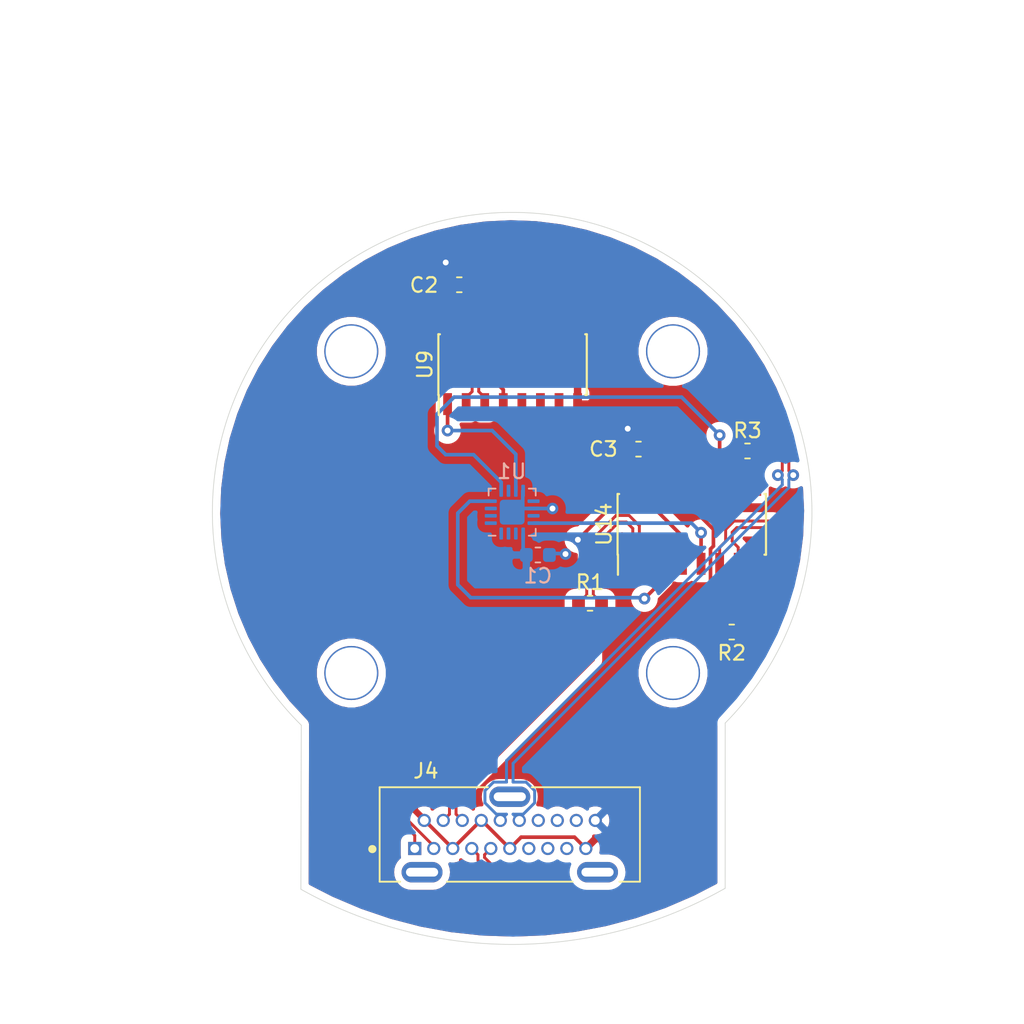
<source format=kicad_pcb>
(kicad_pcb (version 20211014) (generator pcbnew)
  (layers (0 "F.Cu" signal) (31 "B.Cu" signal) (34 "B.Paste" user) (35 "F.Paste" user) (36 "B.SilkS" user "B.Silkscreen") (37 "F.SilkS" user "F.Silkscreen") (38 "B.Mask" user) (39 "F.Mask" user) (44 "Edge.Cuts" user))
  (net 0 "")
  (net 1 "GND")
  (net 2 "+3V3")
  (net 3 "SPI6_SCK_-")
  (net 4 "SPI6_nSS_-")
  (net 5 "SPI6_nSS_+")
  (net 6 "SPI6_MOSI_-")
  (net 7 "SPI6_SCK_+")
  (net 8 "SPI6_MOSI_+")
  (net 9 "SPI6_MISO_-")
  (net 10 "SPI6_MISO_+")
  (net 11 "SPI6_MISO")
  (net 12 "SPI6_SCK")
  (net 13 "SPI6_nSS")
  (net 14 "SPI6_MOSI")
  (footprint "Capacitor_SMD:C_0603_1608Metric" (layer "F.Cu") (at 160.8835 99.949)
    (fp_text reference "C2" (at -2.4125 0.025) (layer "F.SilkS"))
    (fp_text value "1uF")
    (fp_line (start -0.162779 -0.51) (end 0.162779 -0.51) (layer "F.SilkS") (width 0.12))
    (fp_line (start -0.162779 0.51) (end 0.162779 0.51) (layer "F.SilkS") (width 0.12))
    (pad "1" smd roundrect locked (at -0.7875 0) (size 0.875 0.95) (layers "F.Cu" "F.Paste" "F.Mask") (net 2 "+3V3"))
    (pad "2" smd roundrect locked (at 0.7875 0) (size 0.875 0.95) (layers "F.Cu" "F.Paste" "F.Mask") (net 1 "GND"))
  )
  (footprint "Capacitor_SMD:C_0603_1608Metric" (layer "F.Cu") (at 173.139 111.1885)
    (fp_text reference "C3" (at -2.4 0) (layer "F.SilkS"))
    (fp_text value "1uF")
    (fp_line (start -0.162779 0.51) (end 0.162779 0.51) (layer "F.SilkS") (width 0.12))
    (fp_line (start -0.162779 -0.51) (end 0.162779 -0.51) (layer "F.SilkS") (width 0.12))
    (pad "1" smd roundrect locked (at -0.7875 0) (size 0.875 0.95) (layers "F.Cu" "F.Paste" "F.Mask") (net 2 "+3V3"))
    (pad "2" smd roundrect locked (at 0.7875 0) (size 0.875 0.95) (layers "F.Cu" "F.Paste" "F.Mask") (net 1 "GND"))
  )
  (footprint "Resistor_SMD:R_0603_1608Metric" (layer "F.Cu") (at 169.8245 121.7295)
    (fp_text reference "R1" (at 0 -1.43) (layer "F.SilkS"))
    (fp_text value "100Ω")
    (fp_line (start -0.162779 0.51) (end 0.162779 0.51) (layer "F.SilkS") (width 0.12))
    (fp_line (start -0.162779 -0.51) (end 0.162779 -0.51) (layer "F.SilkS") (width 0.12))
    (pad "1" smd roundrect locked (at -0.7875 0) (size 0.875 0.95) (layers "F.Cu" "F.Paste" "F.Mask") (net 8 "SPI6_MOSI_+"))
    (pad "2" smd roundrect locked (at 0.7875 0) (size 0.875 0.95) (layers "F.Cu" "F.Paste" "F.Mask") (net 6 "SPI6_MOSI_-"))
  )
  (footprint "EVCONCEPT:TE_2041441-1" (layer "F.Cu") (at 164.338 137.541)
    (fp_text reference "J4" (at -5.73638 -4.34361) (layer "F.SilkS") (effects (font (size 1.001984 1.001984))))
    (fp_text value "47272-0001")
    (fp_line (start 4.3 3.23) (end -4.3 3.23) (layer "F.SilkS") (width 0.127))
    (fp_line (start 8.9 3.23) (end 7.5 3.23) (layer "F.SilkS") (width 0.127))
    (fp_line (start 8.9 -3.23) (end 8.9 3.23) (layer "F.SilkS") (width 0.127))
    (fp_line (start -8.9 -3.23) (end -1.5 -3.23) (layer "F.SilkS") (width 0.127))
    (fp_line (start -8.9 3.23) (end -7.5 3.23) (layer "F.SilkS") (width 0.127))
    (fp_line (start -8.9 3.23) (end -8.9 -3.23) (layer "F.SilkS") (width 0.127))
    (fp_line (start 8.9 -3.23) (end 1.5 -3.23) (layer "F.SilkS") (width 0.127))
    (fp_circle (center -9.4 1) (end -9.26 1) (layer "F.SilkS") (width 0.28) (fill none))
    (pad "1" thru_hole rect locked (at -6.5 0.96) (size 0.9 0.9) (drill 0.6) (layers *.Cu *.Mask) (net 10 "SPI6_MISO_+"))
    (pad "2" thru_hole circle locked (at -5.85 -0.96) (size 0.9 0.9) (drill 0.6) (layers *.Cu *.Mask) (net 1 "GND"))
    (pad "3" thru_hole circle locked (at -5.2 0.96) (size 0.9 0.9) (drill 0.6) (layers *.Cu *.Mask) (net 9 "SPI6_MISO_-"))
    (pad "4" thru_hole circle locked (at -4.55 -0.96) (size 0.9 0.9) (drill 0.6) (layers *.Cu *.Mask) (net 8 "SPI6_MOSI_+"))
    (pad "5" thru_hole circle locked (at -3.9 0.96) (size 0.9 0.9) (drill 0.6) (layers *.Cu *.Mask) (net 1 "GND"))
    (pad "6" thru_hole circle locked (at -3.25 -0.96) (size 0.9 0.9) (drill 0.6) (layers *.Cu *.Mask) (net 6 "SPI6_MOSI_-"))
    (pad "7" thru_hole circle locked (at -2.6 0.96) (size 0.9 0.9) (drill 0.6) (layers *.Cu *.Mask) (net 7 "SPI6_SCK_+"))
    (pad "8" thru_hole circle locked (at -1.95 -0.96) (size 0.9 0.9) (drill 0.6) (layers *.Cu *.Mask) (net 1 "GND"))
    (pad "9" thru_hole circle locked (at -1.3 0.96) (size 0.9 0.9) (drill 0.6) (layers *.Cu *.Mask) (net 3 "SPI6_SCK_-"))
    (pad "10" thru_hole circle locked (at -0.65 -0.96) (size 0.9 0.9) (drill 0.6) (layers *.Cu *.Mask) (net 5 "SPI6_nSS_+"))
    (pad "11" thru_hole circle locked (at 0 0.96) (size 0.9 0.9) (drill 0.6) (layers *.Cu *.Mask) (net 1 "GND"))
    (pad "12" thru_hole circle locked (at 0.65 -0.96) (size 0.9 0.9) (drill 0.6) (layers *.Cu *.Mask) (net 4 "SPI6_nSS_-"))
    (pad "13" thru_hole circle locked (at 1.3 0.96) (size 0.9 0.9) (drill 0.6) (layers *.Cu *.Mask))
    (pad "14" thru_hole circle locked (at 1.95 -0.96) (size 0.9 0.9) (drill 0.6) (layers *.Cu *.Mask))
    (pad "15" thru_hole circle locked (at 2.6 0.96) (size 0.9 0.9) (drill 0.6) (layers *.Cu *.Mask))
    (pad "16" thru_hole circle locked (at 3.25 -0.96) (size 0.9 0.9) (drill 0.6) (layers *.Cu *.Mask))
    (pad "17" thru_hole circle locked (at 3.9 0.96) (size 0.9 0.9) (drill 0.6) (layers *.Cu *.Mask))
    (pad "18" thru_hole circle locked (at 4.55 -0.96) (size 0.9 0.9) (drill 0.6) (layers *.Cu *.Mask))
    (pad "19" thru_hole circle locked (at 5.2 0.96) (size 0.9 0.9) (drill 0.6) (layers *.Cu *.Mask) (net 1 "GND"))
    (pad "20" thru_hole circle locked (at 5.85 -0.96) (size 0.9 0.9) (drill 0.6) (layers *.Cu *.Mask) (net 2 "+3V3"))
    (pad "SH1" thru_hole oval locked (at -6 2.58) (size 2.8 1.4) (drill oval 2.2 0.6) (layers *.Cu *.Mask))
    (pad "SH2" thru_hole oval locked (at 6 2.58) (size 2.8 1.4) (drill oval 2.2 0.6) (layers *.Cu *.Mask))
    (pad "SH3" thru_hole oval locked (at 0 -2.58) (size 2.8 1.4) (drill oval 2.2 0.6) (layers *.Cu *.Mask))
  )
  (footprint "Package_SO:SOIC-16_3.9x9.9mm_P1.27mm" (layer "F.Cu") (at 164.5285 105.41 90)
    (fp_text reference "U9" (at 0 -6 90) (layer "F.SilkS"))
    (fp_text value "SN65LVDS31D")
    (fp_line (start -2.075 5.075) (end 2.075 5.075) (layer "F.SilkS") (width 0.15))
    (fp_line (start 2.075 -5.075) (end 2.075 -4.97) (layer "F.SilkS") (width 0.15))
    (fp_line (start 2.075 5.075) (end 2.075 4.97) (layer "F.SilkS") (width 0.15))
    (fp_line (start -2.075 -5.075) (end -2.075 -5.05) (layer "F.SilkS") (width 0.15))
    (fp_line (start -2.075 -5.05) (end -3.45 -5.05) (layer "F.SilkS") (width 0.15))
    (fp_line (start -2.075 5.075) (end -2.075 4.97) (layer "F.SilkS") (width 0.15))
    (fp_line (start -2.075 -5.075) (end 2.075 -5.075) (layer "F.SilkS") (width 0.15))
    (pad "1" smd rect locked (at -2.7 -4.445 90) (size 1.5 0.6) (layers "F.Cu" "F.Paste" "F.Mask") (net 11 "SPI6_MISO"))
    (pad "2" smd rect locked (at -2.7 -3.175 90) (size 1.5 0.6) (layers "F.Cu" "F.Paste" "F.Mask") (net 9 "SPI6_MISO_-"))
    (pad "3" smd rect locked (at -2.7 -1.905 90) (size 1.5 0.6) (layers "F.Cu" "F.Paste" "F.Mask") (net 10 "SPI6_MISO_+"))
    (pad "4" smd rect locked (at -2.7 -0.635 90) (size 1.5 0.6) (layers "F.Cu" "F.Paste" "F.Mask") (net 2 "+3V3"))
    (pad "5" smd rect locked (at -2.7 0.635 90) (size 1.5 0.6) (layers "F.Cu" "F.Paste" "F.Mask"))
    (pad "6" smd rect locked (at -2.7 1.905 90) (size 1.5 0.6) (layers "F.Cu" "F.Paste" "F.Mask"))
    (pad "7" smd rect locked (at -2.7 3.175 90) (size 1.5 0.6) (layers "F.Cu" "F.Paste" "F.Mask"))
    (pad "8" smd rect locked (at -2.7 4.445 90) (size 1.5 0.6) (layers "F.Cu" "F.Paste" "F.Mask") (net 1 "GND"))
    (pad "9" smd rect locked (at 2.7 4.445 90) (size 1.5 0.6) (layers "F.Cu" "F.Paste" "F.Mask"))
    (pad "10" smd rect locked (at 2.7 3.175 90) (size 1.5 0.6) (layers "F.Cu" "F.Paste" "F.Mask"))
    (pad "11" smd rect locked (at 2.7 1.905 90) (size 1.5 0.6) (layers "F.Cu" "F.Paste" "F.Mask"))
    (pad "12" smd rect locked (at 2.7 0.635 90) (size 1.5 0.6) (layers "F.Cu" "F.Paste" "F.Mask") (net 1 "GND"))
    (pad "13" smd rect locked (at 2.7 -0.635 90) (size 1.5 0.6) (layers "F.Cu" "F.Paste" "F.Mask"))
    (pad "14" smd rect locked (at 2.7 -1.905 90) (size 1.5 0.6) (layers "F.Cu" "F.Paste" "F.Mask"))
    (pad "15" smd rect locked (at 2.7 -3.175 90) (size 1.5 0.6) (layers "F.Cu" "F.Paste" "F.Mask"))
    (pad "16" smd rect locked (at 2.7 -4.445 90) (size 1.5 0.6) (layers "F.Cu" "F.Paste" "F.Mask") (net 2 "+3V3"))
  )
  (footprint "Package_SO:SOIC-16_3.9x9.9mm_P1.27mm" (layer "F.Cu") (at 176.784 116.332 90)
    (fp_text reference "U14" (at 0 -6 90) (layer "F.SilkS"))
    (fp_text value "SN65LVDS33D")
    (fp_line (start -2.075 5.075) (end -2.075 4.97) (layer "F.SilkS") (width 0.15))
    (fp_line (start -2.075 -5.075) (end -2.075 -5.05) (layer "F.SilkS") (width 0.15))
    (fp_line (start 2.075 5.075) (end 2.075 4.97) (layer "F.SilkS") (width 0.15))
    (fp_line (start -2.075 -5.05) (end -3.45 -5.05) (layer "F.SilkS") (width 0.15))
    (fp_line (start -2.075 -5.075) (end 2.075 -5.075) (layer "F.SilkS") (width 0.15))
    (fp_line (start 2.075 -5.075) (end 2.075 -4.97) (layer "F.SilkS") (width 0.15))
    (fp_line (start -2.075 5.075) (end 2.075 5.075) (layer "F.SilkS") (width 0.15))
    (pad "1" smd rect locked (at -2.7 -4.445 90) (size 1.5 0.6) (layers "F.Cu" "F.Paste" "F.Mask") (net 6 "SPI6_MOSI_-"))
    (pad "2" smd rect locked (at -2.7 -3.175 90) (size 1.5 0.6) (layers "F.Cu" "F.Paste" "F.Mask") (net 8 "SPI6_MOSI_+"))
    (pad "3" smd rect locked (at -2.7 -1.905 90) (size 1.5 0.6) (layers "F.Cu" "F.Paste" "F.Mask") (net 14 "SPI6_MOSI"))
    (pad "4" smd rect locked (at -2.7 -0.635 90) (size 1.5 0.6) (layers "F.Cu" "F.Paste" "F.Mask") (net 2 "+3V3"))
    (pad "5" smd rect locked (at -2.7 0.635 90) (size 1.5 0.6) (layers "F.Cu" "F.Paste" "F.Mask") (net 12 "SPI6_SCK"))
    (pad "6" smd rect locked (at -2.7 1.905 90) (size 1.5 0.6) (layers "F.Cu" "F.Paste" "F.Mask") (net 7 "SPI6_SCK_+"))
    (pad "7" smd rect locked (at -2.7 3.175 90) (size 1.5 0.6) (layers "F.Cu" "F.Paste" "F.Mask") (net 3 "SPI6_SCK_-"))
    (pad "8" smd rect locked (at -2.7 4.445 90) (size 1.5 0.6) (layers "F.Cu" "F.Paste" "F.Mask") (net 1 "GND"))
    (pad "9" smd rect locked (at 2.7 4.445 90) (size 1.5 0.6) (layers "F.Cu" "F.Paste" "F.Mask") (net 5 "SPI6_nSS_+"))
    (pad "10" smd rect locked (at 2.7 3.175 90) (size 1.5 0.6) (layers "F.Cu" "F.Paste" "F.Mask") (net 4 "SPI6_nSS_-"))
    (pad "11" smd rect locked (at 2.7 1.905 90) (size 1.5 0.6) (layers "F.Cu" "F.Paste" "F.Mask") (net 13 "SPI6_nSS"))
    (pad "12" smd rect locked (at 2.7 0.635 90) (size 1.5 0.6) (layers "F.Cu" "F.Paste" "F.Mask") (net 1 "GND"))
    (pad "13" smd rect locked (at 2.7 -0.635 90) (size 1.5 0.6) (layers "F.Cu" "F.Paste" "F.Mask"))
    (pad "14" smd rect locked (at 2.7 -1.905 90) (size 1.5 0.6) (layers "F.Cu" "F.Paste" "F.Mask"))
    (pad "15" smd rect locked (at 2.7 -3.175 90) (size 1.5 0.6) (layers "F.Cu" "F.Paste" "F.Mask"))
    (pad "16" smd rect locked (at 2.7 -4.445 90) (size 1.5 0.6) (layers "F.Cu" "F.Paste" "F.Mask") (net 2 "+3V3"))
  )
  (footprint "Resistor_SMD:R_0603_1608Metric" (layer "F.Cu") (at 180.594 111.3155 180)
    (fp_text reference "R3" (at 0 1.397) (layer "F.SilkS"))
    (fp_text value "100Ω")
    (fp_line (start -0.162779 0.51) (end 0.162779 0.51) (layer "F.SilkS") (width 0.12))
    (fp_line (start -0.162779 -0.51) (end 0.162779 -0.51) (layer "F.SilkS") (width 0.12))
    (pad "1" smd roundrect locked (at -0.7875 0 180) (size 0.875 0.95) (layers "F.Cu" "F.Paste" "F.Mask") (net 5 "SPI6_nSS_+"))
    (pad "2" smd roundrect locked (at 0.7875 0 180) (size 0.875 0.95) (layers "F.Cu" "F.Paste" "F.Mask") (net 4 "SPI6_nSS_-"))
  )
  (footprint "Resistor_SMD:R_0603_1608Metric" (layer "F.Cu") (at 179.5145 123.698 180)
    (fp_text reference "R2" (at 0 -1.43) (layer "F.SilkS"))
    (fp_text value "100Ω")
    (fp_line (start -0.162779 0.51) (end 0.162779 0.51) (layer "F.SilkS") (width 0.12))
    (fp_line (start -0.162779 -0.51) (end 0.162779 -0.51) (layer "F.SilkS") (width 0.12))
    (pad "1" smd roundrect locked (at -0.7875 0 180) (size 0.875 0.95) (layers "F.Cu" "F.Paste" "F.Mask") (net 7 "SPI6_SCK_+"))
    (pad "2" smd roundrect locked (at 0.7875 0 180) (size 0.875 0.95) (layers "F.Cu" "F.Paste" "F.Mask") (net 3 "SPI6_SCK_-"))
  )
  (footprint "Capacitor_SMD:C_0603_1608Metric" (layer "B.Cu") (at 166.25834 118.4275)
    (fp_text reference "C1" (at 0 1.43) (layer "B.SilkS") (effects (justify mirror)))
    (fp_text value "1uF")
    (fp_line (start -0.162779 0.51) (end 0.162779 0.51) (layer "B.SilkS") (width 0.12))
    (fp_line (start -0.162779 -0.51) (end 0.162779 -0.51) (layer "B.SilkS") (width 0.12))
    (pad "1" smd roundrect locked (at -0.7875 0) (size 0.875 0.95) (layers "B.Cu" "B.Paste" "B.Mask") (net 2 "+3V3"))
    (pad "2" smd roundrect locked (at 0.7875 0) (size 0.875 0.95) (layers "B.Cu" "B.Paste" "B.Mask") (net 1 "GND"))
  )
  (footprint "Package_DFN_QFN:QFN-16-1EP_3x3mm_P0.5mm_EP1.7x1.7mm" (layer "B.Cu") (at 164.5 115.5)
    (fp_text reference "U1" (at -0.035 -2.7875) (layer "B.SilkS") (effects (justify mirror)))
    (fp_text value "MA730")
    (fp_line (start -1.135 -1.61) (end -1.61 -1.61) (layer "B.SilkS") (width 0.12))
    (fp_line (start 1.61 -1.61) (end 1.61 -1.135) (layer "B.SilkS") (width 0.12))
    (fp_line (start -1.135 1.61) (end -1.61 1.61) (layer "B.SilkS") (width 0.12))
    (fp_line (start -1.61 -1.61) (end -1.61 -1.135) (layer "B.SilkS") (width 0.12))
    (fp_line (start 1.61 1.61) (end 1.61 1.135) (layer "B.SilkS") (width 0.12))
    (fp_line (start 1.135 1.61) (end 1.61 1.61) (layer "B.SilkS") (width 0.12))
    (fp_line (start 1.135 -1.61) (end 1.61 -1.61) (layer "B.SilkS") (width 0.12))
    (pad "1" smd roundrect locked (at -1.4625 0.75) (size 0.825 0.25) (layers "B.Cu" "B.Paste" "B.Mask"))
    (pad "2" smd roundrect locked (at -1.4625 0.25) (size 0.825 0.25) (layers "B.Cu" "B.Paste" "B.Mask"))
    (pad "3" smd roundrect locked (at -1.4625 -0.25) (size 0.825 0.25) (layers "B.Cu" "B.Paste" "B.Mask"))
    (pad "4" smd roundrect locked (at -1.4625 -0.75) (size 0.825 0.25) (layers "B.Cu" "B.Paste" "B.Mask") (net 14 "SPI6_MOSI"))
    (pad "5" smd roundrect locked (at -0.75 -1.4625) (size 0.25 0.825) (layers "B.Cu" "B.Paste" "B.Mask") (net 13 "SPI6_nSS"))
    (pad "6" smd roundrect locked (at -0.25 -1.4625) (size 0.25 0.825) (layers "B.Cu" "B.Paste" "B.Mask"))
    (pad "7" smd roundrect locked (at 0.25 -1.4625) (size 0.25 0.825) (layers "B.Cu" "B.Paste" "B.Mask") (net 11 "SPI6_MISO"))
    (pad "8" smd roundrect locked (at 0.75 -1.4625) (size 0.25 0.825) (layers "B.Cu" "B.Paste" "B.Mask") (net 1 "GND"))
    (pad "9" smd roundrect locked (at 1.4625 -0.75) (size 0.825 0.25) (layers "B.Cu" "B.Paste" "B.Mask"))
    (pad "10" smd roundrect locked (at 1.4625 -0.25) (size 0.825 0.25) (layers "B.Cu" "B.Paste" "B.Mask") (net 1 "GND"))
    (pad "11" smd roundrect locked (at 1.4625 0.25) (size 0.825 0.25) (layers "B.Cu" "B.Paste" "B.Mask"))
    (pad "12" smd roundrect locked (at 1.4625 0.75) (size 0.825 0.25) (layers "B.Cu" "B.Paste" "B.Mask") (net 12 "SPI6_SCK"))
    (pad "13" smd roundrect locked (at 0.75 1.4625) (size 0.25 0.825) (layers "B.Cu" "B.Paste" "B.Mask") (net 2 "+3V3"))
    (pad "14" smd roundrect locked (at 0.25 1.4625) (size 0.25 0.825) (layers "B.Cu" "B.Paste" "B.Mask"))
    (pad "15" smd roundrect locked (at -0.25 1.4625) (size 0.25 0.825) (layers "B.Cu" "B.Paste" "B.Mask"))
    (pad "16" smd roundrect locked (at -0.75 1.4625) (size 0.25 0.825) (layers "B.Cu" "B.Paste" "B.Mask"))
    (pad "17" smd roundrect locked (at 0 0) (size 1.7 1.7) (layers "B.Cu" "B.Mask") (roundrect_rratio 0.147059) (net 1 "GND"))
  )
  (gr_line (start 150.050501 141.287499) (end 150.079001 130.069999) (layer "Edge.Cuts") (width 0.05))
  (gr_line (start 179.068117 141.220674) (end 179.069999 129.920999) (layer "Edge.Cuts") (width 0.05))
  (gr_arc (start 179.068117 141.220674) (mid 164.568073 145.059744) (end 150.050501 141.287499) (layer "Edge.Cuts") (width 0.05))
  (gr_arc (start 150.079001 130.069999) (mid 164.394641 95.000269) (end 179.069999 129.920999) (layer "Edge.Cuts") (width 0.05))
  (via (at 175.5 104.5) (size 3.7) (drill 3.5) (layers "F.Cu" "B.Cu") (net 0))
  (via (at 153.5 126.5) (size 3.7) (drill 3.5) (layers "F.Cu" "B.Cu") (net 0))
  (via (at 153.5 104.5) (size 3.7) (drill 3.5) (layers "F.Cu" "B.Cu") (net 0))
  (via (at 175.5 126.5) (size 3.7) (drill 3.5) (layers "F.Cu" "B.Cu") (net 0))
  (segment (start 165.113001 137.725999) (end 168.762999 137.725999) (width 0.25) (layer "F.Cu") (net 1))
  (segment (start 177.419 115.830498) (end 178.263992 116.67549) (width 0.25) (layer "F.Cu") (net 1))
  (segment (start 165.1635 101.092) (end 165.1635 102.71) (width 0.25) (layer "F.Cu") (net 1))
  (segment (start 168.9735 106.6165) (end 167.64 105.283) (width 0.25) (layer "F.Cu") (net 1))
  (segment (start 158.518 136.581) (end 158.488 136.581) (width 0.25) (layer "F.Cu") (net 1))
  (segment (start 161.671 99.949) (end 164.0205 99.949) (width 0.25) (layer "F.Cu") (net 1))
  (segment (start 164.0205 99.949) (end 165.1635 101.092) (width 0.25) (layer "F.Cu") (net 1))
  (segment (start 177.419 113.632) (end 177.419 115.830498) (width 0.25) (layer "F.Cu") (net 1))
  (segment (start 168.762999 137.725999) (end 169.538 138.501) (width 0.25) (layer "F.Cu") (net 1))
  (segment (start 178.263992 116.67549) (end 178.263992 117.822006) (width 0.25) (layer "F.Cu") (net 1))
  (segment (start 164.338 138.501) (end 162.418 136.581) (width 0.25) (layer "F.Cu") (net 1))
  (segment (start 181.229 119.8245) (end 180.594 120.4595) (width 0.25) (layer "F.Cu") (net 1))
  (segment (start 178.263992 117.822006) (end 178.063999 118.021999) (width 0.25) (layer "F.Cu") (net 1))
  (segment (start 165.1635 104.648) (end 165.1635 102.71) (width 0.25) (layer "F.Cu") (net 1))
  (segment (start 160.438 138.501) (end 162.358 136.581) (width 0.25) (layer "F.Cu") (net 1))
  (segment (start 168.9735 108.11) (end 168.9735 106.6165) (width 0.25) (layer "F.Cu") (net 1))
  (segment (start 160.438 138.501) (end 158.518 136.581) (width 0.25) (layer "F.Cu") (net 1))
  (segment (start 181.229 119.032) (end 181.229 119.8245) (width 0.25) (layer "F.Cu") (net 1))
  (segment (start 162.358 136.581) (end 162.388 136.581) (width 0.25) (layer "F.Cu") (net 1))
  (segment (start 164.338 138.501) (end 165.113001 137.725999) (width 0.25) (layer "F.Cu") (net 1))
  (segment (start 178.063999 118.021999) (end 178.063999 121.040999) (width 0.25) (layer "F.Cu") (net 1))
  (segment (start 165.7985 105.283) (end 165.1635 104.648) (width 0.25) (layer "F.Cu") (net 1))
  (segment (start 162.418 136.581) (end 162.388 136.581) (width 0.25) (layer "F.Cu") (net 1))
  (segment (start 167.64 105.283) (end 165.7985 105.283) (width 0.25) (layer "F.Cu") (net 1))
  (via (at 168.148 118.364) (size 0.8) (drill 0.4) (layers "F.Cu" "B.Cu") (net 1))
  (via (at 167.259 115.2525) (size 0.8) (drill 0.4) (layers "F.Cu" "B.Cu") (net 1))
  (segment (start 165.25 114.0375) (end 165.22499 114.06251) (width 0.25) (layer "B.Cu") (net 1))
  (segment (start 165.22499 114.77501) (end 164.5 115.5) (width 0.25) (layer "B.Cu") (net 1))
  (segment (start 167.2565 115.25) (end 167.259 115.2525) (width 0.25) (layer "B.Cu") (net 1))
  (segment (start 165.22499 114.06251) (end 165.22499 114.77501) (width 0.25) (layer "B.Cu") (net 1))
  (segment (start 167.04584 118.32844) (end 168.11244 118.32844) (width 0.25) (layer "B.Cu") (net 1))
  (segment (start 164.75 115.25) (end 164.5 115.5) (width 0.25) (layer "B.Cu") (net 1))
  (segment (start 168.11244 118.32844) (end 168.148 118.364) (width 0.25) (layer "B.Cu") (net 1))
  (segment (start 165.9625 115.25) (end 164.75 115.25) (width 0.25) (layer "B.Cu") (net 1))
  (segment (start 165.9625 115.25) (end 167.2565 115.25) (width 0.25) (layer "B.Cu") (net 1))
  (segment (start 163.8935 108.11) (end 163.8935 107.1245) (width 0.25) (layer "F.Cu") (net 2))
  (segment (start 176.149 119.032) (end 176.149 117.1575) (width 0.25) (layer "F.Cu") (net 2))
  (segment (start 172.3515 109.8425) (end 172.4025 109.7915) (width 0.25) (layer "F.Cu") (net 2))
  (segment (start 171.381727 114.9985) (end 168.993767 117.38646) (width 0.25) (layer "F.Cu") (net 2))
  (segment (start 172.3515 111.1885) (end 172.3515 109.8425) (width 0.25) (layer "F.Cu") (net 2))
  (segment (start 172.6565 115.1255) (end 172.5295 114.9985) (width 0.25) (layer "F.Cu") (net 2))
  (segment (start 161.544 105.3465) (end 160.0835 103.886) (width 0.25) (layer "F.Cu") (net 2))
  (segment (start 160.0835 99.9615) (end 160.096 99.949) (width 0.25) (layer "F.Cu") (net 2))
  (segment (start 172.339 113.632) (end 172.339 111.201) (width 0.25) (layer "F.Cu") (net 2))
  (segment (start 172.339 114.808) (end 172.339 113.632) (width 0.25) (layer "F.Cu") (net 2))
  (segment (start 163.8935 107.1245) (end 162.1155 105.3465) (width 0.25) (layer "F.Cu") (net 2))
  (segment (start 160.096 99.949) (end 160.096 98.5645) (width 0.25) (layer "F.Cu") (net 2))
  (segment (start 160.0835 102.71) (end 160.0835 99.9615) (width 0.25) (layer "F.Cu") (net 2))
  (segment (start 162.1155 105.3465) (end 161.544 105.3465) (width 0.25) (layer "F.Cu") (net 2))
  (segment (start 172.339 111.201) (end 172.3515 111.1885) (width 0.25) (layer "F.Cu") (net 2))
  (segment (start 172.5295 114.9985) (end 172.339 114.808) (width 0.25) (layer "F.Cu") (net 2))
  (segment (start 172.5295 114.9985) (end 171.381727 114.9985) (width 0.25) (layer "F.Cu") (net 2))
  (segment (start 160.096 98.5645) (end 159.9565 98.425) (width 0.25) (layer "F.Cu") (net 2))
  (segment (start 176.149 117.1575) (end 174.117 115.1255) (width 0.25) (layer "F.Cu") (net 2))
  (segment (start 174.117 115.1255) (end 172.6565 115.1255) (width 0.25) (layer "F.Cu") (net 2))
  (segment (start 160.0835 103.886) (end 160.0835 102.71) (width 0.25) (layer "F.Cu") (net 2))
  (via (at 168.993767 117.38646) (size 0.8) (drill 0.4) (layers "F.Cu" "B.Cu") (net 2))
  (via (at 159.9565 98.425) (size 0.8) (drill 0.4) (layers "F.Cu" "B.Cu") (net 2))
  (via (at 172.4025 109.7915) (size 0.8) (drill 0.4) (layers "F.Cu" "B.Cu") (net 2))
  (segment (start 165.25 118.1076) (end 165.47084 118.32844) (width 0.25) (layer "B.Cu") (net 2))
  (segment (start 165.25 116.9625) (end 165.25 118.1076) (width 0.25) (layer "B.Cu") (net 2))
  (segment (start 162.613 139.1173) (end 165.1932 141.6975) (width 0.2) (layer "F.Cu") (net 3))
  (segment (start 179.549 117.496999) (end 179.549 116.8697) (width 0.2) (layer "F.Cu") (net 3))
  (segment (start 179.549 116.8697) (end 179.8617 116.557) (width 0.2) (layer "F.Cu") (net 3))
  (segment (start 179.8617 116.557) (end 182.1518 116.557) (width 0.2) (layer "F.Cu") (net 3))
  (segment (start 162.613 138.926) (end 162.613 139.1173) (width 0.2) (layer "F.Cu") (net 3))
  (segment (start 180.5008 121.314) (end 181.0723 121.314) (width 0.2) (layer "F.Cu") (net 3))
  (segment (start 173.638 133.2568) (end 173.638 139.7973) (width 0.2) (layer "F.Cu") (net 3))
  (segment (start 179.2895 122.5253) (end 180.5008 121.314) (width 0.2) (layer "F.Cu") (net 3))
  (segment (start 181.0723 121.314) (end 182.655 119.7313) (width 0.2) (layer "F.Cu") (net 3))
  (segment (start 171.7378 141.6975) (end 165.1932 141.6975) (width 0.2) (layer "F.Cu") (net 3))
  (segment (start 173.638 139.7973) (end 171.7378 141.6975) (width 0.2) (layer "F.Cu") (net 3))
  (segment (start 179.959 117.906999) (end 179.549 117.496999) (width 0.2) (layer "F.Cu") (net 3))
  (segment (start 178.727 123.698) (end 179.2895 123.1355) (width 0.2) (layer "F.Cu") (net 3))
  (segment (start 179.2895 123.1355) (end 179.2895 122.5253) (width 0.2) (layer "F.Cu") (net 3))
  (segment (start 179.2895 124.2605) (end 179.2895 127.6053) (width 0.2) (layer "F.Cu") (net 3))
  (segment (start 182.655 117.0602) (end 182.655 119.7313) (width 0.2) (layer "F.Cu") (net 3))
  (segment (start 179.2895 127.6053) (end 173.638 133.2568) (width 0.2) (layer "F.Cu") (net 3))
  (segment (start 182.1518 116.557) (end 182.655 117.0602) (width 0.2) (layer "F.Cu") (net 3))
  (segment (start 178.727 123.698) (end 179.2895 124.2605) (width 0.2) (layer "F.Cu") (net 3))
  (segment (start 179.959 119.032) (end 179.959 117.906999) (width 0.2) (layer "F.Cu") (net 3))
  (segment (start 163.038 138.501) (end 162.613 138.926) (width 0.2) (layer "F.Cu") (net 3))
  (segment (start 183.4225 109.6983) (end 182.1477 108.4235) (width 0.2) (layer "F.Cu") (net 4))
  (segment (start 180.369 112.096999) (end 179.959 112.506999) (width 0.2) (layer "F.Cu") (net 4))
  (segment (start 180.369 110.753) (end 179.8065 111.3155) (width 0.2) (layer "F.Cu") (net 4))
  (segment (start 179.8065 111.3155) (end 180.369 111.878) (width 0.2) (layer "F.Cu") (net 4))
  (segment (start 180.369 111.878) (end 180.369 112.096999) (width 0.2) (layer "F.Cu") (net 4))
  (segment (start 179.959 112.506999) (end 179.959 113.632) (width 0.2) (layer "F.Cu") (net 4))
  (segment (start 182.1477 108.4235) (end 181.3263 108.4235) (width 0.2) (layer "F.Cu") (net 4))
  (segment (start 183.4225 112.6665) (end 183.4225 109.6983) (width 0.2) (layer "F.Cu") (net 4))
  (segment (start 183.7225 112.9665) (end 183.4225 112.6665) (width 0.2) (layer "F.Cu") (net 4))
  (segment (start 180.369 109.3808) (end 180.369 110.753) (width 0.2) (layer "F.Cu") (net 4))
  (segment (start 181.3263 108.4235) (end 180.369 109.3808) (width 0.2) (layer "F.Cu") (net 4))
  (via (at 183.7225 112.9665) (size 0.8) (drill 0.4) (layers "F.Cu" "B.Cu") (net 4))
  (segment (start 183.4225 113.2665) (end 183.7225 112.9665) (width 0.2) (layer "B.Cu") (net 4))
  (segment (start 164.563 136.156) (end 165.257227 136.156) (width 0.2) (layer "B.Cu") (net 4))
  (segment (start 165.257227 136.156) (end 166.03801 135.375217) (width 0.2) (layer "B.Cu") (net 4))
  (segment (start 166.03801 135.375217) (end 166.03801 134.546783) (width 0.2) (layer "B.Cu") (net 4))
  (segment (start 165.452217 133.96099) (end 164.563 133.96099) (width 0.2) (layer "B.Cu") (net 4))
  (segment (start 183.4225 113.8217) (end 183.4225 113.2665) (width 0.2) (layer "B.Cu") (net 4))
  (segment (start 166.03801 134.546783) (end 165.452217 133.96099) (width 0.2) (layer "B.Cu") (net 4))
  (segment (start 164.563 132.6812) (end 183.4225 113.8217) (width 0.2) (layer "B.Cu") (net 4))
  (segment (start 164.563 133.96099) (end 164.563 132.6812) (width 0.2) (layer "B.Cu") (net 4))
  (segment (start 164.988 136.581) (end 164.563 136.156) (width 0.2) (layer "B.Cu") (net 4))
  (segment (start 180.819 110.753) (end 181.3815 111.3155) (width 0.2) (layer "F.Cu") (net 5))
  (segment (start 182.9725 112.6665) (end 182.9725 109.8847) (width 0.2) (layer "F.Cu") (net 5))
  (segment (start 182.6725 112.9665) (end 182.9725 112.6665) (width 0.2) (layer "F.Cu") (net 5))
  (segment (start 181.5127 108.8735) (end 180.819 109.5672) (width 0.2) (layer "F.Cu") (net 5))
  (segment (start 180.819 112.096999) (end 181.229 112.506999) (width 0.2) (layer "F.Cu") (net 5))
  (segment (start 181.9613 108.8735) (end 181.5127 108.8735) (width 0.2) (layer "F.Cu") (net 5))
  (segment (start 182.9725 109.8847) (end 181.9613 108.8735) (width 0.2) (layer "F.Cu") (net 5))
  (segment (start 181.3815 111.3155) (end 180.819 111.878) (width 0.2) (layer "F.Cu") (net 5))
  (segment (start 180.819 111.878) (end 180.819 112.096999) (width 0.2) (layer "F.Cu") (net 5))
  (segment (start 180.819 109.5672) (end 180.819 110.753) (width 0.2) (layer "F.Cu") (net 5))
  (segment (start 181.229 112.506999) (end 181.229 113.632) (width 0.2) (layer "F.Cu") (net 5))
  (via (at 182.6725 112.9665) (size 0.8) (drill 0.4) (layers "F.Cu" "B.Cu") (net 5))
  (segment (start 182.9725 113.2665) (end 182.6725 112.9665) (width 0.2) (layer "B.Cu") (net 5))
  (segment (start 162.63799 134.546783) (end 163.223783 133.96099) (width 0.2) (layer "B.Cu") (net 5))
  (segment (start 164.113 132.4948) (end 182.9725 113.6353) (width 0.2) (layer "B.Cu") (net 5))
  (segment (start 163.223783 133.96099) (end 164.113 133.96099) (width 0.2) (layer "B.Cu") (net 5))
  (segment (start 162.63799 135.375217) (end 162.63799 134.546783) (width 0.2) (layer "B.Cu") (net 5))
  (segment (start 164.113 136.156) (end 163.418773 136.156) (width 0.2) (layer "B.Cu") (net 5))
  (segment (start 163.418773 136.156) (end 162.63799 135.375217) (width 0.2) (layer "B.Cu") (net 5))
  (segment (start 164.113 133.96099) (end 164.113 132.4948) (width 0.2) (layer "B.Cu") (net 5))
  (segment (start 182.9725 113.6353) (end 182.9725 113.2665) (width 0.2) (layer "B.Cu") (net 5))
  (segment (start 163.688 136.581) (end 164.113 136.156) (width 0.2) (layer "B.Cu") (net 5))
  (segment (start 160.663 134.9937) (end 160.663 136.156) (width 0.2) (layer "F.Cu") (net 6))
  (segment (start 171.7972 116.176) (end 170.0495 117.9237) (width 0.2) (layer "F.Cu") (net 6))
  (segment (start 172.749 116.6157) (end 172.3093 116.176) (width 0.2) (layer "F.Cu") (net 6))
  (segment (start 172.749 117.496999) (end 172.749 116.6157) (width 0.2) (layer "F.Cu") (net 6))
  (segment (start 172.3093 116.176) (end 171.7972 116.176) (width 0.2) (layer "F.Cu") (net 6))
  (segment (start 172.339 119.032) (end 172.339 117.906999) (width 0.2) (layer "F.Cu") (net 6))
  (segment (start 170.0495 122.292) (end 170.0495 125.6072) (width 0.2) (layer "F.Cu") (net 6))
  (segment (start 170.612 121.7295) (end 170.0495 122.292) (width 0.2) (layer "F.Cu") (net 6))
  (segment (start 172.339 117.906999) (end 172.749 117.496999) (width 0.2) (layer "F.Cu") (net 6))
  (segment (start 170.0495 117.9237) (end 170.0495 121.167) (width 0.2) (layer "F.Cu") (net 6))
  (segment (start 160.663 136.156) (end 161.088 136.581) (width 0.2) (layer "F.Cu") (net 6))
  (segment (start 170.0495 125.6072) (end 160.663 134.9937) (width 0.2) (layer "F.Cu") (net 6))
  (segment (start 170.0495 121.167) (end 170.612 121.7295) (width 0.2) (layer "F.Cu") (net 6))
  (segment (start 162.163 139.3037) (end 165.0068 142.1475) (width 0.2) (layer "F.Cu") (net 7))
  (segment (start 179.6753 116.107) (end 182.3382 116.107) (width 0.2) (layer "F.Cu") (net 7))
  (segment (start 179.099 117.496999) (end 179.099 116.6833) (width 0.2) (layer "F.Cu") (net 7))
  (segment (start 179.7395 124.2605) (end 179.7395 127.7917) (width 0.2) (layer "F.Cu") (net 7))
  (segment (start 182.3382 116.107) (end 183.105 116.8738) (width 0.2) (layer "F.Cu") (net 7))
  (segment (start 179.7395 127.7917) (end 174.088 133.4432) (width 0.2) (layer "F.Cu") (net 7))
  (segment (start 174.088 139.9837) (end 171.9242 142.1475) (width 0.2) (layer "F.Cu") (net 7))
  (segment (start 178.689 119.032) (end 178.689 117.906999) (width 0.2) (layer "F.Cu") (net 7))
  (segment (start 180.302 123.698) (end 179.7395 124.2605) (width 0.2) (layer "F.Cu") (net 7))
  (segment (start 174.088 133.4432) (end 174.088 139.9837) (width 0.2) (layer "F.Cu") (net 7))
  (segment (start 162.163 138.926) (end 162.163 139.3037) (width 0.2) (layer "F.Cu") (net 7))
  (segment (start 179.099 116.6833) (end 179.6753 116.107) (width 0.2) (layer "F.Cu") (net 7))
  (segment (start 171.9242 142.1475) (end 165.0068 142.1475) (width 0.2) (layer "F.Cu") (net 7))
  (segment (start 180.6872 121.764) (end 181.2587 121.764) (width 0.2) (layer "F.Cu") (net 7))
  (segment (start 179.7395 122.7117) (end 180.6872 121.764) (width 0.2) (layer "F.Cu") (net 7))
  (segment (start 161.738 138.501) (end 162.163 138.926) (width 0.2) (layer "F.Cu") (net 7))
  (segment (start 180.302 123.698) (end 179.7395 123.1355) (width 0.2) (layer "F.Cu") (net 7))
  (segment (start 183.105 116.8738) (end 183.105 119.9177) (width 0.2) (layer "F.Cu") (net 7))
  (segment (start 179.7395 123.1355) (end 179.7395 122.7117) (width 0.2) (layer "F.Cu") (net 7))
  (segment (start 181.2587 121.764) (end 183.105 119.9177) (width 0.2) (layer "F.Cu") (net 7))
  (segment (start 178.689 117.906999) (end 179.099 117.496999) (width 0.2) (layer "F.Cu") (net 7))
  (segment (start 160.213 136.156) (end 159.788 136.581) (width 0.2) (layer "F.Cu") (net 8))
  (segment (start 169.5995 117.7373) (end 169.5995 121.167) (width 0.2) (layer "F.Cu") (net 8))
  (segment (start 173.609 119.032) (end 173.609 117.906999) (width 0.2) (layer "F.Cu") (net 8))
  (segment (start 169.5995 125.4208) (end 160.213 134.8073) (width 0.2) (layer "F.Cu") (net 8))
  (segment (start 173.199 116.4293) (end 172.4957 115.726) (width 0.2) (layer "F.Cu") (net 8))
  (segment (start 173.199 117.496999) (end 173.199 116.4293) (width 0.2) (layer "F.Cu") (net 8))
  (segment (start 160.213 134.8073) (end 160.213 136.156) (width 0.2) (layer "F.Cu") (net 8))
  (segment (start 173.609 117.906999) (end 173.199 117.496999) (width 0.2) (layer "F.Cu") (net 8))
  (segment (start 169.5995 122.292) (end 169.5995 125.4208) (width 0.2) (layer "F.Cu") (net 8))
  (segment (start 172.4957 115.726) (end 171.6108 115.726) (width 0.2) (layer "F.Cu") (net 8))
  (segment (start 169.037 121.7295) (end 169.5995 122.292) (width 0.2) (layer "F.Cu") (net 8))
  (segment (start 169.5995 121.167) (end 169.037 121.7295) (width 0.2) (layer "F.Cu") (net 8))
  (segment (start 171.6108 115.726) (end 169.5995 117.7373) (width 0.2) (layer "F.Cu") (net 8))
  (segment (start 156.562 109.1862) (end 159.4782 106.27) (width 0.2) (layer "F.Cu") (net 9))
  (segment (start 159.4782 106.27) (end 161.1333 106.27) (width 0.2) (layer "F.Cu") (net 9))
  (segment (start 161.7635 106.9002) (end 161.7635 107.25) (width 0.2) (layer "F.Cu") (net 9))
  (segment (start 159.138 138.341002) (end 156.562 135.765002) (width 0.2) (layer "F.Cu") (net 9))
  (segment (start 156.562 135.765002) (end 156.562 109.1862) (width 0.2) (layer "F.Cu") (net 9))
  (segment (start 161.7635 107.25) (end 161.3535 107.66) (width 0.2) (layer "F.Cu") (net 9))
  (segment (start 161.3535 107.66) (end 161.3535 108.11) (width 0.2) (layer "F.Cu") (net 9))
  (segment (start 161.1333 106.27) (end 161.7635 106.9002) (width 0.2) (layer "F.Cu") (net 9))
  (segment (start 159.138 138.501) (end 159.138 138.341002) (width 0.2) (layer "F.Cu") (net 9))
  (segment (start 162.6235 107.66) (end 162.6235 108.11) (width 0.2) (layer "F.Cu") (net 10))
  (segment (start 162.2135 107.25) (end 162.6235 107.66) (width 0.2) (layer "F.Cu") (net 10))
  (segment (start 159.2918 105.82) (end 161.3197 105.82) (width 0.2) (layer "F.Cu") (net 10))
  (segment (start 156.112 135.8807) (end 156.112 108.9998) (width 0.2) (layer "F.Cu") (net 10))
  (segment (start 157.838 138.501) (end 157.838 137.6067) (width 0.2) (layer "F.Cu") (net 10))
  (segment (start 156.112 108.9998) (end 159.2918 105.82) (width 0.2) (layer "F.Cu") (net 10))
  (segment (start 162.2135 106.7138) (end 162.2135 107.25) (width 0.2) (layer "F.Cu") (net 10))
  (segment (start 157.838 137.6067) (end 156.112 135.8807) (width 0.2) (layer "F.Cu") (net 10))
  (segment (start 161.3197 105.82) (end 162.2135 106.7138) (width 0.2) (layer "F.Cu") (net 10))
  (segment (start 160.0835 109.9185) (end 160.0835 108.11) (width 0.25) (layer "F.Cu") (net 11))
  (via (at 160.0835 109.9185) (size 0.8) (drill 0.4) (layers "F.Cu" "B.Cu") (net 11))
  (segment (start 163.1315 109.9185) (end 160.0835 109.9185) (width 0.25) (layer "B.Cu") (net 11))
  (segment (start 164.75 114.0375) (end 164.75 111.537) (width 0.25) (layer "B.Cu") (net 11))
  (segment (start 164.75 111.537) (end 163.1315 109.9185) (width 0.25) (layer "B.Cu") (net 11))
  (segment (start 177.419 116.9035) (end 177.419 119.032) (width 0.25) (layer "F.Cu") (net 12))
  (via (at 177.419 116.9035) (size 0.8) (drill 0.4) (layers "F.Cu" "B.Cu") (net 12))
  (segment (start 176.7655 116.25) (end 177.419 116.9035) (width 0.25) (layer "B.Cu") (net 12))
  (segment (start 165.9625 116.25) (end 176.7655 116.25) (width 0.25) (layer "B.Cu") (net 12))
  (segment (start 178.689 110.236) (end 178.689 113.632) (width 0.25) (layer "F.Cu") (net 13))
  (via (at 178.689 110.236) (size 0.8) (drill 0.4) (layers "F.Cu" "B.Cu") (net 13))
  (segment (start 159.358499 108.802001) (end 160.528 107.6325) (width 0.25) (layer "B.Cu") (net 13))
  (segment (start 176.0855 107.6325) (end 178.689 110.236) (width 0.25) (layer "B.Cu") (net 13))
  (segment (start 159.358499 110.971499) (end 159.358499 108.802001) (width 0.25) (layer "B.Cu") (net 13))
  (segment (start 161.8615 111.5695) (end 159.9565 111.5695) (width 0.25) (layer "B.Cu") (net 13))
  (segment (start 159.9565 111.5695) (end 159.358499 110.971499) (width 0.25) (layer "B.Cu") (net 13))
  (segment (start 163.75 114.0375) (end 163.75 113.458) (width 0.25) (layer "B.Cu") (net 13))
  (segment (start 163.75 113.458) (end 161.8615 111.5695) (width 0.25) (layer "B.Cu") (net 13))
  (segment (start 160.528 107.6325) (end 176.0855 107.6325) (width 0.25) (layer "B.Cu") (net 13))
  (segment (start 174.879 120.0785) (end 174.879 119.032) (width 0.25) (layer "F.Cu") (net 14))
  (segment (start 173.5455 121.412) (end 174.879 120.0785) (width 0.25) (layer "F.Cu") (net 14))
  (via (at 173.5455 121.412) (size 0.8) (drill 0.4) (layers "F.Cu" "B.Cu") (net 14))
  (segment (start 163.0375 114.75) (end 161.602 114.75) (width 0.25) (layer "B.Cu") (net 14))
  (segment (start 160.782 120.4595) (end 161.671 121.3485) (width 0.25) (layer "B.Cu") (net 14))
  (segment (start 161.671 121.3485) (end 173.482 121.3485) (width 0.25) (layer "B.Cu") (net 14))
  (segment (start 160.782 115.57) (end 160.782 120.4595) (width 0.25) (layer "B.Cu") (net 14))
  (segment (start 161.602 114.75) (end 160.782 115.57) (width 0.25) (layer "B.Cu") (net 14))
  (segment (start 173.482 121.3485) (end 173.5455 121.412) (width 0.25) (layer "B.Cu") (net 14))
  (zone (net 1) (net_name "GND") (layer "F.Cu") (connect_pads (clearance 0.508)) (min_thickness 0.254) (fill yes (thermal_gap 0.508) (thermal_bridge_width 0.508))
    (polygon (pts (xy 190.26632 88.16594) (xy 193.91884 148.09851) (xy 133.74116 149.08149) (xy 136.28878 87.05088)))
  )
  (zone (net 2) (net_name "+3V3") (layer "B.Cu") (connect_pads (clearance 0.508)) (min_thickness 0.254) (fill yes (thermal_gap 0.508) (thermal_bridge_width 0.508))
    (polygon (pts (xy 189.46368 88.03894) (xy 193.05524 148.09851) (xy 132.87756 149.08149) (xy 135.48614 86.92388)))
  )
)
</source>
